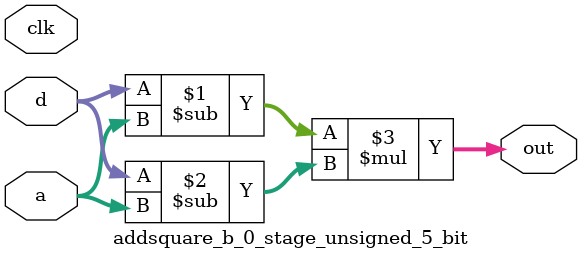
<source format=sv>
(* use_dsp = "yes" *) module addsquare_b_0_stage_unsigned_5_bit(
	input  [4:0] a,
	input  [4:0] d,
	output [4:0] out,
	input clk);

	assign out = (d - a) * (d - a);
endmodule

</source>
